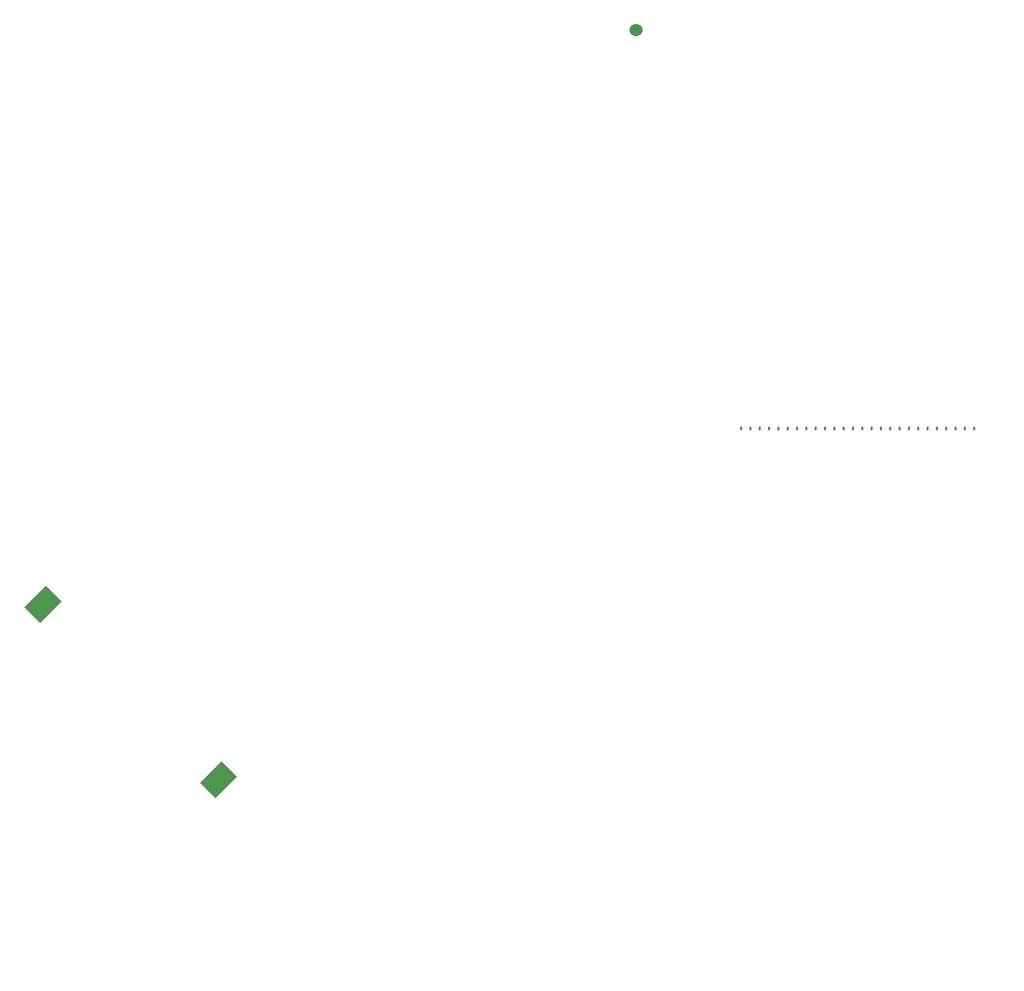
<source format=gbp>
G04 #@! TF.GenerationSoftware,KiCad,Pcbnew,(5.99.0-12439-g94954386e6)*
G04 #@! TF.CreationDate,2021-10-05T21:05:25+03:00*
G04 #@! TF.ProjectId,hellen88bmw,68656c6c-656e-4383-9862-6d772e6b6963,A*
G04 #@! TF.SameCoordinates,PX3d1b110PY9269338*
G04 #@! TF.FileFunction,Paste,Bot*
G04 #@! TF.FilePolarity,Positive*
%FSLAX46Y46*%
G04 Gerber Fmt 4.6, Leading zero omitted, Abs format (unit mm)*
G04 Created by KiCad (PCBNEW (5.99.0-12439-g94954386e6)) date 2021-10-05 21:05:25*
%MOMM*%
%LPD*%
G01*
G04 APERTURE LIST*
%ADD10C,1.524000*%
%ADD11O,0.000001X0.000001*%
G04 APERTURE END LIST*
D10*
G04 #@! TO.C,PP1*
X74892400Y112356400D03*
G04 #@! TD*
G04 #@! TO.C,M7*
G36*
G01*
X114671000Y65148000D02*
X114671000Y65398000D01*
G75*
G02*
X114796000Y65523000I125000J0D01*
G01*
X114796000Y65523000D01*
G75*
G02*
X114921000Y65398000I0J-125000D01*
G01*
X114921000Y65148000D01*
G75*
G02*
X114796000Y65023000I-125000J0D01*
G01*
X114796000Y65023000D01*
G75*
G02*
X114671000Y65148000I0J125000D01*
G01*
G37*
G36*
G01*
X113820996Y65398000D02*
X113820996Y65148000D01*
G75*
G02*
X113695996Y65023000I-125000J0D01*
G01*
X113695996Y65023000D01*
G75*
G02*
X113570996Y65148000I0J125000D01*
G01*
X113570996Y65398000D01*
G75*
G02*
X113695996Y65523000I125000J0D01*
G01*
X113695996Y65523000D01*
G75*
G02*
X113820996Y65398000I0J-125000D01*
G01*
G37*
G36*
G01*
X112720995Y65398000D02*
X112720995Y65148000D01*
G75*
G02*
X112595995Y65023000I-125000J0D01*
G01*
X112595995Y65023000D01*
G75*
G02*
X112470995Y65148000I0J125000D01*
G01*
X112470995Y65398000D01*
G75*
G02*
X112595995Y65523000I125000J0D01*
G01*
X112595995Y65523000D01*
G75*
G02*
X112720995Y65398000I0J-125000D01*
G01*
G37*
G36*
G01*
X111620998Y65398000D02*
X111620998Y65148000D01*
G75*
G02*
X111495998Y65023000I-125000J0D01*
G01*
X111495998Y65023000D01*
G75*
G02*
X111370998Y65148000I0J125000D01*
G01*
X111370998Y65398000D01*
G75*
G02*
X111495998Y65523000I125000J0D01*
G01*
X111495998Y65523000D01*
G75*
G02*
X111620998Y65398000I0J-125000D01*
G01*
G37*
G36*
G01*
X110521000Y65398000D02*
X110521000Y65148000D01*
G75*
G02*
X110396000Y65023000I-125000J0D01*
G01*
X110396000Y65023000D01*
G75*
G02*
X110271000Y65148000I0J125000D01*
G01*
X110271000Y65398000D01*
G75*
G02*
X110396000Y65523000I125000J0D01*
G01*
X110396000Y65523000D01*
G75*
G02*
X110521000Y65398000I0J-125000D01*
G01*
G37*
G36*
G01*
X109421002Y65398000D02*
X109421002Y65148000D01*
G75*
G02*
X109296002Y65023000I-125000J0D01*
G01*
X109296002Y65023000D01*
G75*
G02*
X109171002Y65148000I0J125000D01*
G01*
X109171002Y65398000D01*
G75*
G02*
X109296002Y65523000I125000J0D01*
G01*
X109296002Y65523000D01*
G75*
G02*
X109421002Y65398000I0J-125000D01*
G01*
G37*
G36*
G01*
X108321004Y65398000D02*
X108321004Y65148000D01*
G75*
G02*
X108196004Y65023000I-125000J0D01*
G01*
X108196004Y65023000D01*
G75*
G02*
X108071004Y65148000I0J125000D01*
G01*
X108071004Y65398000D01*
G75*
G02*
X108196004Y65523000I125000J0D01*
G01*
X108196004Y65523000D01*
G75*
G02*
X108321004Y65398000I0J-125000D01*
G01*
G37*
G36*
G01*
X107221006Y65398000D02*
X107221006Y65148000D01*
G75*
G02*
X107096006Y65023000I-125000J0D01*
G01*
X107096006Y65023000D01*
G75*
G02*
X106971006Y65148000I0J125000D01*
G01*
X106971006Y65398000D01*
G75*
G02*
X107096006Y65523000I125000J0D01*
G01*
X107096006Y65523000D01*
G75*
G02*
X107221006Y65398000I0J-125000D01*
G01*
G37*
G36*
G01*
X106121009Y65398000D02*
X106121009Y65148000D01*
G75*
G02*
X105996009Y65023000I-125000J0D01*
G01*
X105996009Y65023000D01*
G75*
G02*
X105871009Y65148000I0J125000D01*
G01*
X105871009Y65398000D01*
G75*
G02*
X105996009Y65523000I125000J0D01*
G01*
X105996009Y65523000D01*
G75*
G02*
X106121009Y65398000I0J-125000D01*
G01*
G37*
G36*
G01*
X105021011Y65398000D02*
X105021011Y65148000D01*
G75*
G02*
X104896011Y65023000I-125000J0D01*
G01*
X104896011Y65023000D01*
G75*
G02*
X104771011Y65148000I0J125000D01*
G01*
X104771011Y65398000D01*
G75*
G02*
X104896011Y65523000I125000J0D01*
G01*
X104896011Y65523000D01*
G75*
G02*
X105021011Y65398000I0J-125000D01*
G01*
G37*
G36*
G01*
X103921013Y65398000D02*
X103921013Y65148000D01*
G75*
G02*
X103796013Y65023000I-125000J0D01*
G01*
X103796013Y65023000D01*
G75*
G02*
X103671013Y65148000I0J125000D01*
G01*
X103671013Y65398000D01*
G75*
G02*
X103796013Y65523000I125000J0D01*
G01*
X103796013Y65523000D01*
G75*
G02*
X103921013Y65398000I0J-125000D01*
G01*
G37*
G36*
G01*
X102821015Y65398000D02*
X102821015Y65148000D01*
G75*
G02*
X102696015Y65023000I-125000J0D01*
G01*
X102696015Y65023000D01*
G75*
G02*
X102571015Y65148000I0J125000D01*
G01*
X102571015Y65398000D01*
G75*
G02*
X102696015Y65523000I125000J0D01*
G01*
X102696015Y65523000D01*
G75*
G02*
X102821015Y65398000I0J-125000D01*
G01*
G37*
G36*
G01*
X101721017Y65398000D02*
X101721017Y65148000D01*
G75*
G02*
X101596017Y65023000I-125000J0D01*
G01*
X101596017Y65023000D01*
G75*
G02*
X101471017Y65148000I0J125000D01*
G01*
X101471017Y65398000D01*
G75*
G02*
X101596017Y65523000I125000J0D01*
G01*
X101596017Y65523000D01*
G75*
G02*
X101721017Y65398000I0J-125000D01*
G01*
G37*
G36*
G01*
X100621020Y65398000D02*
X100621020Y65148000D01*
G75*
G02*
X100496020Y65023000I-125000J0D01*
G01*
X100496020Y65023000D01*
G75*
G02*
X100371020Y65148000I0J125000D01*
G01*
X100371020Y65398000D01*
G75*
G02*
X100496020Y65523000I125000J0D01*
G01*
X100496020Y65523000D01*
G75*
G02*
X100621020Y65398000I0J-125000D01*
G01*
G37*
G36*
G01*
X99521022Y65398000D02*
X99521022Y65148000D01*
G75*
G02*
X99396022Y65023000I-125000J0D01*
G01*
X99396022Y65023000D01*
G75*
G02*
X99271022Y65148000I0J125000D01*
G01*
X99271022Y65398000D01*
G75*
G02*
X99396022Y65523000I125000J0D01*
G01*
X99396022Y65523000D01*
G75*
G02*
X99521022Y65398000I0J-125000D01*
G01*
G37*
G36*
G01*
X98421024Y65398000D02*
X98421024Y65148000D01*
G75*
G02*
X98296024Y65023000I-125000J0D01*
G01*
X98296024Y65023000D01*
G75*
G02*
X98171024Y65148000I0J125000D01*
G01*
X98171024Y65398000D01*
G75*
G02*
X98296024Y65523000I125000J0D01*
G01*
X98296024Y65523000D01*
G75*
G02*
X98421024Y65398000I0J-125000D01*
G01*
G37*
G36*
G01*
X97321026Y65398000D02*
X97321026Y65148000D01*
G75*
G02*
X97196026Y65023000I-125000J0D01*
G01*
X97196026Y65023000D01*
G75*
G02*
X97071026Y65148000I0J125000D01*
G01*
X97071026Y65398000D01*
G75*
G02*
X97196026Y65523000I125000J0D01*
G01*
X97196026Y65523000D01*
G75*
G02*
X97321026Y65398000I0J-125000D01*
G01*
G37*
G36*
G01*
X96221028Y65398000D02*
X96221028Y65148000D01*
G75*
G02*
X96096028Y65023000I-125000J0D01*
G01*
X96096028Y65023000D01*
G75*
G02*
X95971028Y65148000I0J125000D01*
G01*
X95971028Y65398000D01*
G75*
G02*
X96096028Y65523000I125000J0D01*
G01*
X96096028Y65523000D01*
G75*
G02*
X96221028Y65398000I0J-125000D01*
G01*
G37*
G36*
G01*
X95121031Y65398000D02*
X95121031Y65148000D01*
G75*
G02*
X94996031Y65023000I-125000J0D01*
G01*
X94996031Y65023000D01*
G75*
G02*
X94871031Y65148000I0J125000D01*
G01*
X94871031Y65398000D01*
G75*
G02*
X94996031Y65523000I125000J0D01*
G01*
X94996031Y65523000D01*
G75*
G02*
X95121031Y65398000I0J-125000D01*
G01*
G37*
G36*
G01*
X94021033Y65398000D02*
X94021033Y65148000D01*
G75*
G02*
X93896033Y65023000I-125000J0D01*
G01*
X93896033Y65023000D01*
G75*
G02*
X93771033Y65148000I0J125000D01*
G01*
X93771033Y65398000D01*
G75*
G02*
X93896033Y65523000I125000J0D01*
G01*
X93896033Y65523000D01*
G75*
G02*
X94021033Y65398000I0J-125000D01*
G01*
G37*
G36*
G01*
X92921035Y65398000D02*
X92921035Y65148000D01*
G75*
G02*
X92796035Y65023000I-125000J0D01*
G01*
X92796035Y65023000D01*
G75*
G02*
X92671035Y65148000I0J125000D01*
G01*
X92671035Y65398000D01*
G75*
G02*
X92796035Y65523000I125000J0D01*
G01*
X92796035Y65523000D01*
G75*
G02*
X92921035Y65398000I0J-125000D01*
G01*
G37*
G36*
G01*
X91821037Y65398000D02*
X91821037Y65148000D01*
G75*
G02*
X91696037Y65023000I-125000J0D01*
G01*
X91696037Y65023000D01*
G75*
G02*
X91571037Y65148000I0J125000D01*
G01*
X91571037Y65398000D01*
G75*
G02*
X91696037Y65523000I125000J0D01*
G01*
X91696037Y65523000D01*
G75*
G02*
X91821037Y65398000I0J-125000D01*
G01*
G37*
G36*
G01*
X90721039Y65398000D02*
X90721039Y65148000D01*
G75*
G02*
X90596039Y65023000I-125000J0D01*
G01*
X90596039Y65023000D01*
G75*
G02*
X90471039Y65148000I0J125000D01*
G01*
X90471039Y65398000D01*
G75*
G02*
X90596039Y65523000I125000J0D01*
G01*
X90596039Y65523000D01*
G75*
G02*
X90721039Y65398000I0J-125000D01*
G01*
G37*
G36*
G01*
X89621042Y65398000D02*
X89621042Y65148000D01*
G75*
G02*
X89496042Y65023000I-125000J0D01*
G01*
X89496042Y65023000D01*
G75*
G02*
X89371042Y65148000I0J125000D01*
G01*
X89371042Y65398000D01*
G75*
G02*
X89496042Y65523000I125000J0D01*
G01*
X89496042Y65523000D01*
G75*
G02*
X89621042Y65398000I0J-125000D01*
G01*
G37*
G36*
G01*
X88521044Y65398000D02*
X88521044Y65148000D01*
G75*
G02*
X88396044Y65023000I-125000J0D01*
G01*
X88396044Y65023000D01*
G75*
G02*
X88271044Y65148000I0J125000D01*
G01*
X88271044Y65398000D01*
G75*
G02*
X88396044Y65523000I125000J0D01*
G01*
X88396044Y65523000D01*
G75*
G02*
X88521044Y65398000I0J-125000D01*
G01*
G37*
G36*
G01*
X87421046Y65398000D02*
X87421046Y65148000D01*
G75*
G02*
X87296046Y65023000I-125000J0D01*
G01*
X87296046Y65023000D01*
G75*
G02*
X87171046Y65148000I0J125000D01*
G01*
X87171046Y65398000D01*
G75*
G02*
X87296046Y65523000I125000J0D01*
G01*
X87296046Y65523000D01*
G75*
G02*
X87421046Y65398000I0J-125000D01*
G01*
G37*
G04 #@! TD*
D11*
G04 #@! TO.C,M9*
X46074449Y85273000D03*
X47049461Y85172995D03*
X47919218Y85273000D03*
X48649455Y85273000D03*
X49544218Y85273000D03*
X51619218Y85273000D03*
X52519214Y85273000D03*
X53229456Y85273000D03*
X54249457Y85173000D03*
X55424456Y85173000D03*
X56774455Y85173000D03*
X57949454Y85173000D03*
X58849455Y84242761D03*
X58849455Y83548002D03*
X58849455Y82867762D03*
X58754457Y82048000D03*
X58849455Y80742763D03*
X58754457Y79772998D03*
X58849455Y78498000D03*
X58849455Y77847998D03*
X58754457Y76647998D03*
X58754457Y75572994D03*
X58754457Y74697992D03*
X58849455Y73873000D03*
X58849455Y68022999D03*
G04 #@! TD*
G04 #@! TO.C,M13*
X117838493Y16407827D03*
X110088501Y2857844D03*
X117068499Y1582810D03*
G04 #@! TD*
G04 #@! TO.C,BT1*
G36*
X23393083Y23410333D02*
G01*
X25938667Y25955917D01*
X27777145Y24117439D01*
X25231561Y21571855D01*
X23393083Y23410333D01*
G37*
G36*
X2674855Y44128561D02*
G01*
X5220439Y46674145D01*
X7058917Y44835667D01*
X4513333Y42290083D01*
X2674855Y44128561D01*
G37*
G04 #@! TD*
M02*

</source>
